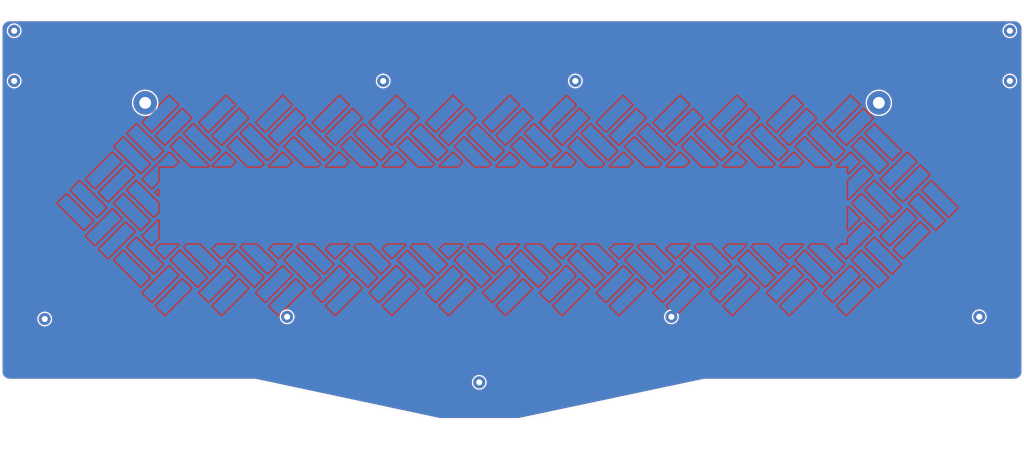
<source format=kicad_pcb>
(kicad_pcb (version 20171130) (host pcbnew "(5.1.6)-1")
  (layers (0 F.Cu signal) (31 B.Cu signal) (34 B.Paste user) (35 F.Paste user) (36 B.SilkS user) (37 F.SilkS user) (38 B.Mask user) (39 F.Mask user) (44 Edge.Cuts user))
  (net 0 "")
  (module basketweave_bottom:logo_bottom (layer B.Cu) (at 205.58125 140.49375 180)
    (fp_text reference G*** hide)
    (fp_text value LOGO hide)
  )
  (module MountingHole:MountingHole_2.2mm_M2_Pad (layer F.Cu) (at 378.61875 180.975)
    (fp_text reference H9 hide)
    (fp_text value MountingHole)
    (pad 1 thru_hole circle (at 0 0) (size 4.4 4.4) (drill 2.2) (layers *.Cu *.Mask))
  )
  (module MountingHole:MountingHole_2.2mm_M2_Pad (layer F.Cu) (at 27.78125 76.99375)
    (fp_text reference H1 hide)
    (fp_text value MountingHole)
    (pad 1 thru_hole circle (at 0 0) (size 4.4 4.4) (drill 2.2) (layers *.Cu *.Mask))
  )
  (module MountingHole:MountingHole_4.3mm_M4_Pad (layer F.Cu) (at 75.40625 103.1875)
    (fp_text reference REF** hide)
    (fp_text value MountingHole_4.3mm_M4_Pad)
    (pad 1 thru_hole circle (at 0 0) (size 8.6 8.6) (drill 4.3) (layers *.Cu *.Mask))
  )
  (module MountingHole:MountingHole_2.2mm_M2_Pad (layer F.Cu) (at 266.7 180.975)
    (fp_text reference H13 hide)
    (fp_text value MountingHole)
    (pad 1 thru_hole circle (at 0 0) (size 4.4 4.4) (drill 2.2) (layers *.Cu *.Mask))
  )
  (module MountingHole:MountingHole_2.2mm_M2_Pad (layer F.Cu) (at 127 180.975)
    (fp_text reference H11 hide)
    (fp_text value MountingHole)
    (pad 1 thru_hole circle (at 0 0) (size 4.4 4.4) (drill 2.2) (layers *.Cu *.Mask))
  )
  (module MountingHole:MountingHole_2.2mm_M2_Pad (layer F.Cu) (at 27.78125 95.25)
    (fp_text reference H2 hide)
    (fp_text value MountingHole)
    (pad 1 thru_hole circle (at 0 0) (size 4.4 4.4) (drill 2.2) (layers *.Cu *.Mask))
  )
  (module MountingHole:MountingHole_2.2mm_M2_Pad (layer F.Cu) (at 389.73125 76.99375)
    (fp_text reference H3 hide)
    (fp_text value MountingHole)
    (pad 1 thru_hole circle (at 0 0) (size 4.4 4.4) (drill 2.2) (layers *.Cu *.Mask))
  )
  (module MountingHole:MountingHole_2.2mm_M2_Pad (layer F.Cu) (at 196.85 204.7875)
    (fp_text reference H7 hide)
    (fp_text value MountingHole)
    (pad 1 thru_hole circle (at 0 0) (size 4.4 4.4) (drill 2.2) (layers *.Cu *.Mask))
  )
  (module MountingHole:MountingHole_2.2mm_M2_Pad (layer F.Cu) (at 161.925 95.25)
    (fp_text reference H5 hide)
    (fp_text value MountingHole)
    (pad 1 thru_hole circle (at 0 0) (size 4.4 4.4) (drill 2.2) (layers *.Cu *.Mask))
  )
  (module MountingHole:MountingHole_2.2mm_M2_Pad (layer F.Cu) (at 38.89375 181.76875)
    (fp_text reference H8 hide)
    (fp_text value MountingHole)
    (pad 1 thru_hole circle (at 0 0) (size 4.4 4.4) (drill 2.2) (layers *.Cu *.Mask))
  )
  (module MountingHole:MountingHole_2.2mm_M2_Pad (layer F.Cu) (at 231.775 95.25)
    (fp_text reference H6 hide)
    (fp_text value MountingHole)
    (pad 1 thru_hole circle (at 0 0) (size 4.4 4.4) (drill 2.2) (layers *.Cu *.Mask))
  )
  (module MountingHole:MountingHole_2.2mm_M2_Pad (layer F.Cu) (at 389.73125 95.25)
    (fp_text reference H4 hide)
    (fp_text value MountingHole)
    (pad 1 thru_hole circle (at 0 0) (size 4.4 4.4) (drill 2.2) (layers *.Cu *.Mask))
  )
  (module MountingHole:MountingHole_4.3mm_M4_Pad (layer F.Cu) (at 342.10625 103.1875)
    (fp_text reference REF** hide)
    (fp_text value MountingHole_4.3mm_M4_Pad)
    (pad 1 thru_hole circle (at 0 0) (size 8.6 8.6) (drill 4.3) (layers *.Cu *.Mask))
  )
  (gr_poly (pts (xy 79.375 156.36875) (xy 80.9625 154.78125) (xy 87.3125 154.78125) (xy 82.55 159.54375)) (layer B.Cu) (width 0.1))
  (gr_poly (pts (xy 361.15625 131.7625) (xy 370.68125 141.2875) (xy 367.50625 144.4625) (xy 357.98125 134.9375)) (layer B.Cu) (width 0.1))
  (gr_poly (pts (xy 356.39375 136.525) (xy 365.91875 146.05) (xy 362.74375 149.225) (xy 353.21875 139.7)) (layer B.Cu) (width 0.1))
  (gr_poly (pts (xy 339.725 108.74375) (xy 330.2 118.26875) (xy 327.025 115.09375) (xy 336.55 105.56875)) (layer B.Cu) (width 0.1))
  (gr_poly (pts (xy 340.51875 111.125) (xy 350.04375 120.65) (xy 346.86875 123.825) (xy 337.34375 114.3)) (layer B.Cu) (width 0.1))
  (gr_poly (pts (xy 335.75625 115.8875) (xy 345.28125 125.4125) (xy 342.10625 128.5875) (xy 332.58125 119.0625)) (layer B.Cu) (width 0.1))
  (gr_poly (pts (xy 360.3625 129.38125) (xy 350.8375 138.90625) (xy 347.6625 135.73125) (xy 357.1875 126.20625)) (layer B.Cu) (width 0.1))
  (gr_poly (pts (xy 355.6 124.61875) (xy 346.075 134.14375) (xy 342.9 130.96875) (xy 352.425 121.44375)) (layer B.Cu) (width 0.1))
  (gr_poly (pts (xy 334.9625 103.98125) (xy 325.4375 113.50625) (xy 322.2625 110.33125) (xy 331.7875 100.80625)) (layer B.Cu) (width 0.1))
  (gr_poly (pts (xy 319.88125 111.125) (xy 329.40625 120.65) (xy 326.23125 123.825) (xy 316.70625 114.3)) (layer B.Cu) (width 0.1))
  (gr_poly (pts (xy 315.11875 115.8875) (xy 324.64375 125.4125) (xy 323.85 126.20625) (xy 319.0875 126.20625) (xy 311.94375 119.0625)) (layer B.Cu) (width 0.1))
  (gr_poly (pts (xy 340.51875 131.7625) (xy 350.04375 141.2875) (xy 346.86875 144.4625) (xy 337.34375 134.9375)) (layer B.Cu) (width 0.1))
  (gr_poly (pts (xy 339.725 129.38125) (xy 330.99375 138.1125) (xy 330.99375 131.7625) (xy 336.55 126.20625)) (layer B.Cu) (width 0.1))
  (gr_poly (pts (xy 335.75625 136.525) (xy 345.28125 146.05) (xy 342.10625 149.225) (xy 332.58125 139.7)) (layer B.Cu) (width 0.1))
  (gr_poly (pts (xy 334.9625 124.61875) (xy 330.99375 128.5875) (xy 330.99375 126.20625) (xy 327.025 126.20625) (xy 331.7875 121.44375)) (layer B.Cu) (width 0.1))
  (gr_poly (pts (xy 355.6 145.25625) (xy 346.075 154.78125) (xy 342.9 151.60625) (xy 352.425 142.08125)) (layer B.Cu) (width 0.1))
  (gr_poly (pts (xy 360.3625 150.01875) (xy 350.8375 159.54375) (xy 347.6625 156.36875) (xy 357.1875 146.84375)) (layer B.Cu) (width 0.1))
  (gr_poly (pts (xy 319.0875 108.74375) (xy 309.5625 118.26875) (xy 306.3875 115.09375) (xy 315.9125 105.56875)) (layer B.Cu) (width 0.1))
  (gr_poly (pts (xy 314.325 103.98125) (xy 304.8 113.50625) (xy 301.625 110.33125) (xy 311.15 100.80625)) (layer B.Cu) (width 0.1))
  (gr_poly (pts (xy 314.325 124.61875) (xy 312.7375 126.20625) (xy 306.3875 126.20625) (xy 311.15 121.44375)) (layer B.Cu) (width 0.1))
  (gr_poly (pts (xy 339.725 150.01875) (xy 330.2 159.54375) (xy 327.025 156.36875) (xy 328.6125 154.78125) (xy 330.99375 154.78125) (xy 330.99375 152.4) (xy 336.55 146.84375)) (layer B.Cu) (width 0.1))
  (gr_poly (pts (xy 334.9625 145.25625) (xy 330.99375 149.225) (xy 330.99375 145.25625) (xy 330.99375 141.2875)) (layer B.Cu) (width 0.1))
  (gr_poly (pts (xy 314.325 154.78125) (xy 309.5625 159.54375) (xy 306.3875 156.36875) (xy 307.975 154.78125)) (layer B.Cu) (width 0.1))
  (gr_poly (pts (xy 293.6875 154.78125) (xy 288.925 159.54375) (xy 285.75 156.36875) (xy 287.3375 154.78125)) (layer B.Cu) (width 0.1))
  (gr_poly (pts (xy 273.05 154.78125) (xy 268.2875 159.54375) (xy 265.1125 156.36875) (xy 266.7 154.78125)) (layer B.Cu) (width 0.1))
  (gr_poly (pts (xy 252.4125 154.78125) (xy 247.65 159.54375) (xy 244.475 156.36875) (xy 246.0625 154.78125)) (layer B.Cu) (width 0.1))
  (gr_poly (pts (xy 231.775 154.78125) (xy 227.0125 159.54375) (xy 223.8375 156.36875) (xy 225.425 154.78125)) (layer B.Cu) (width 0.1))
  (gr_poly (pts (xy 211.1375 154.78125) (xy 206.375 159.54375) (xy 203.2 156.36875) (xy 204.7875 154.78125)) (layer B.Cu) (width 0.1))
  (gr_poly (pts (xy 190.5 154.78125) (xy 185.7375 159.54375) (xy 182.5625 156.36875) (xy 184.15 154.78125)) (layer B.Cu) (width 0.1))
  (gr_poly (pts (xy 169.8625 154.78125) (xy 165.1 159.54375) (xy 161.925 156.36875) (xy 163.5125 154.78125)) (layer B.Cu) (width 0.1))
  (gr_poly (pts (xy 149.225 154.78125) (xy 144.4625 159.54375) (xy 141.2875 156.36875) (xy 142.875 154.78125)) (layer B.Cu) (width 0.1))
  (gr_poly (pts (xy 128.5875 154.78125) (xy 123.825 159.54375) (xy 120.65 156.36875) (xy 122.2375 154.78125)) (layer B.Cu) (width 0.1))
  (gr_poly (pts (xy 314.325 165.89375) (xy 304.8 175.41875) (xy 301.625 172.24375) (xy 311.15 162.71875)) (layer B.Cu) (width 0.1))
  (gr_poly (pts (xy 319.0875 170.65625) (xy 309.5625 180.18125) (xy 306.3875 177.00625) (xy 315.9125 167.48125)) (layer B.Cu) (width 0.1))
  (gr_poly (pts (xy 298.45 170.65625) (xy 288.925 180.18125) (xy 285.75 177.00625) (xy 295.275 167.48125)) (layer B.Cu) (width 0.1))
  (gr_poly (pts (xy 276.225 154.78125) (xy 280.9875 154.78125) (xy 288.13125 161.925) (xy 284.95625 165.1) (xy 275.43125 155.575)) (layer B.Cu) (width 0.1))
  (gr_poly (pts (xy 273.84375 157.1625) (xy 283.36875 166.6875) (xy 280.19375 169.8625) (xy 270.66875 160.3375)) (layer B.Cu) (width 0.1))
  (gr_poly (pts (xy 293.6875 165.89375) (xy 284.1625 175.41875) (xy 280.9875 172.24375) (xy 290.5125 162.71875)) (layer B.Cu) (width 0.1))
  (gr_poly (pts (xy 296.8625 154.78125) (xy 301.625 154.78125) (xy 308.76875 161.925) (xy 305.59375 165.1) (xy 296.06875 155.575)) (layer B.Cu) (width 0.1))
  (gr_poly (pts (xy 294.48125 157.1625) (xy 304.00625 166.6875) (xy 300.83125 169.8625) (xy 291.30625 160.3375)) (layer B.Cu) (width 0.1))
  (gr_poly (pts (xy 317.5 154.78125) (xy 322.2625 154.78125) (xy 329.40625 161.925) (xy 326.23125 165.1) (xy 316.70625 155.575)) (layer B.Cu) (width 0.1))
  (gr_poly (pts (xy 339.725 170.65625) (xy 330.2 180.18125) (xy 327.025 177.00625) (xy 336.55 167.48125)) (layer B.Cu) (width 0.1))
  (gr_poly (pts (xy 315.11875 157.1625) (xy 324.64375 166.6875) (xy 321.46875 169.8625) (xy 311.94375 160.3375)) (layer B.Cu) (width 0.1))
  (gr_poly (pts (xy 334.9625 165.89375) (xy 325.4375 175.41875) (xy 322.2625 172.24375) (xy 331.7875 162.71875)) (layer B.Cu) (width 0.1))
  (gr_poly (pts (xy 340.51875 152.4) (xy 350.04375 161.925) (xy 346.86875 165.1) (xy 337.34375 155.575)) (layer B.Cu) (width 0.1))
  (gr_poly (pts (xy 335.75625 157.1625) (xy 345.28125 166.6875) (xy 342.10625 169.8625) (xy 332.58125 160.3375)) (layer B.Cu) (width 0.1))
  (gr_poly (pts (xy 231.774999 165.89375) (xy 222.25 175.41875) (xy 219.075 172.24375) (xy 228.599999 162.71875)) (layer B.Cu) (width 0.1))
  (gr_poly (pts (xy 236.5375 170.656251) (xy 227.0125 180.18125) (xy 223.8375 177.00625) (xy 233.362499 167.48125)) (layer B.Cu) (width 0.1))
  (gr_poly (pts (xy 215.9 170.65625) (xy 206.375 180.18125) (xy 203.2 177.00625) (xy 212.725 167.48125)) (layer B.Cu) (width 0.1))
  (gr_poly (pts (xy 193.675 154.78125) (xy 198.4375 154.78125) (xy 205.58125 161.925) (xy 202.40625 165.1) (xy 192.88125 155.575)) (layer B.Cu) (width 0.1))
  (gr_poly (pts (xy 191.29375 157.1625) (xy 200.81875 166.6875) (xy 197.64375 169.8625) (xy 188.11875 160.3375)) (layer B.Cu) (width 0.1))
  (gr_poly (pts (xy 211.1375 165.89375) (xy 201.6125 175.41875) (xy 198.4375 172.24375) (xy 207.9625 162.71875)) (layer B.Cu) (width 0.1))
  (gr_poly (pts (xy 214.3125 154.78125) (xy 219.075 154.78125) (xy 226.218749 161.925) (xy 223.04375 165.1) (xy 213.51875 155.575)) (layer B.Cu) (width 0.1))
  (gr_poly (pts (xy 211.93125 157.1625) (xy 221.45625 166.6875) (xy 218.28125 169.8625) (xy 208.75625 160.3375)) (layer B.Cu) (width 0.1))
  (gr_poly (pts (xy 234.95 154.78125) (xy 239.7125 154.78125) (xy 246.856251 161.925) (xy 243.68125 165.100001) (xy 234.156249 155.575)) (layer B.Cu) (width 0.1))
  (gr_poly (pts (xy 257.175 170.65625) (xy 247.65 180.18125) (xy 244.475 177.00625) (xy 254.000001 167.48125)) (layer B.Cu) (width 0.1))
  (gr_poly (pts (xy 232.568749 157.1625) (xy 242.09375 166.687501) (xy 238.91875 169.862501) (xy 229.393749 160.3375)) (layer B.Cu) (width 0.1))
  (gr_poly (pts (xy 252.412501 165.89375) (xy 242.8875 175.418751) (xy 239.7125 172.243751) (xy 249.237501 162.71875)) (layer B.Cu) (width 0.1))
  (gr_poly (pts (xy 273.05 165.89375) (xy 263.525 175.41875) (xy 260.35 172.24375) (xy 269.875 162.71875)) (layer B.Cu) (width 0.1))
  (gr_poly (pts (xy 277.8125 170.65625) (xy 268.2875 180.18125) (xy 265.1125 177.00625) (xy 274.6375 167.48125)) (layer B.Cu) (width 0.1))
  (gr_poly (pts (xy 255.5875 154.78125) (xy 260.35 154.78125) (xy 267.49375 161.925) (xy 264.31875 165.1) (xy 254.793751 155.575)) (layer B.Cu) (width 0.1))
  (gr_poly (pts (xy 253.206251 157.1625) (xy 262.73125 166.6875) (xy 259.55625 169.8625) (xy 250.031251 160.3375)) (layer B.Cu) (width 0.1))
  (gr_poly (pts (xy 149.225 165.89375) (xy 139.7 175.41875) (xy 136.525 172.24375) (xy 146.05 162.71875)) (layer B.Cu) (width 0.1))
  (gr_poly (pts (xy 153.9875 170.65625) (xy 144.4625 180.18125) (xy 141.2875 177.00625) (xy 150.8125 167.48125)) (layer B.Cu) (width 0.1))
  (gr_poly (pts (xy 133.35 170.65625) (xy 123.825 180.18125) (xy 120.65 177.00625) (xy 130.175 167.48125)) (layer B.Cu) (width 0.1))
  (gr_poly (pts (xy 111.125 154.78125) (xy 115.8875 154.78125) (xy 123.03125 161.925) (xy 119.85625 165.1) (xy 110.33125 155.575)) (layer B.Cu) (width 0.1))
  (gr_poly (pts (xy 108.74375 157.1625) (xy 118.26875 166.6875) (xy 115.09375 169.8625) (xy 105.56875 160.3375)) (layer B.Cu) (width 0.1))
  (gr_poly (pts (xy 128.5875 165.89375) (xy 119.0625 175.41875) (xy 115.8875 172.24375) (xy 125.4125 162.71875)) (layer B.Cu) (width 0.1))
  (gr_poly (pts (xy 131.7625 154.78125) (xy 136.525 154.78125) (xy 143.66875 161.925) (xy 140.49375 165.1) (xy 130.96875 155.575)) (layer B.Cu) (width 0.1))
  (gr_poly (pts (xy 129.38125 157.1625) (xy 138.90625 166.6875) (xy 135.73125 169.8625) (xy 126.20625 160.3375)) (layer B.Cu) (width 0.1))
  (gr_poly (pts (xy 152.4 154.78125) (xy 157.1625 154.78125) (xy 159.54375 157.1625) (xy 164.30625 161.925) (xy 161.13125 165.1) (xy 151.60625 155.575)) (layer B.Cu) (width 0.1))
  (gr_poly (pts (xy 174.625 170.65625) (xy 165.1 180.18125) (xy 161.925 177.00625) (xy 171.45 167.48125)) (layer B.Cu) (width 0.1))
  (gr_poly (pts (xy 150.01875 157.1625) (xy 159.54375 166.6875) (xy 156.36875 169.8625) (xy 146.84375 160.3375)) (layer B.Cu) (width 0.1))
  (gr_poly (pts (xy 169.8625 165.89375) (xy 160.3375 175.41875) (xy 157.1625 172.24375) (xy 166.6875 162.71875)) (layer B.Cu) (width 0.1))
  (gr_poly (pts (xy 190.5 165.89375) (xy 180.975 175.41875) (xy 177.8 172.24375) (xy 187.325 162.71875)) (layer B.Cu) (width 0.1))
  (gr_poly (pts (xy 195.2625 170.65625) (xy 185.7375 180.18125) (xy 182.5625 177.00625) (xy 192.0875 167.48125)) (layer B.Cu) (width 0.1))
  (gr_poly (pts (xy 173.0375 154.78125) (xy 177.8 154.78125) (xy 184.94375 161.925) (xy 181.76875 165.1) (xy 172.24375 155.575)) (layer B.Cu) (width 0.1))
  (gr_poly (pts (xy 170.65625 157.1625) (xy 180.18125 166.6875) (xy 177.00625 169.8625) (xy 167.48125 160.3375)) (layer B.Cu) (width 0.1))
  (gr_poly (pts (xy 231.774999 124.61875) (xy 230.981249 125.4125) (xy 230.1875 126.20625) (xy 223.8375 126.20625) (xy 228.599999 121.44375)) (layer B.Cu) (width 0.1))
  (gr_poly (pts (xy 236.5375 108.743749) (xy 227.012499 118.26875) (xy 223.8375 115.09375) (xy 233.3625 105.568749)) (layer B.Cu) (width 0.1))
  (gr_poly (pts (xy 211.1375 103.98125) (xy 201.6125 113.50625) (xy 198.4375 110.33125) (xy 207.9625 100.80625)) (layer B.Cu) (width 0.1))
  (gr_poly (pts (xy 231.775 103.981249) (xy 222.25 113.50625) (xy 219.075 110.33125) (xy 228.6 100.80625)) (layer B.Cu) (width 0.1))
  (gr_poly (pts (xy 215.9 108.74375) (xy 206.375 118.26875) (xy 203.2 115.09375) (xy 212.725 105.56875)) (layer B.Cu) (width 0.1))
  (gr_poly (pts (xy 196.05625 111.125) (xy 205.58125 120.65) (xy 202.40625 123.825) (xy 192.88125 114.3)) (layer B.Cu) (width 0.1))
  (gr_poly (pts (xy 191.29375 115.8875) (xy 200.81875 125.4125) (xy 200.025 126.20625) (xy 195.2625 126.20625) (xy 188.11875 119.0625)) (layer B.Cu) (width 0.1))
  (gr_poly (pts (xy 211.1375 124.61875) (xy 209.55 126.20625) (xy 203.2 126.20625) (xy 207.9625 121.44375)) (layer B.Cu) (width 0.1))
  (gr_poly (pts (xy 299.24375 111.125) (xy 308.76875 120.65) (xy 305.59375 123.825) (xy 296.06875 114.3)) (layer B.Cu) (width 0.1))
  (gr_poly (pts (xy 294.48125 115.8875) (xy 304.00625 125.4125) (xy 303.2125 126.20625) (xy 298.45 126.20625) (xy 291.30625 119.0625)) (layer B.Cu) (width 0.1))
  (gr_poly (pts (xy 216.69375 111.125) (xy 226.218749 120.65) (xy 223.04375 123.825) (xy 213.51875 114.3)) (layer B.Cu) (width 0.1))
  (gr_poly (pts (xy 211.93125 115.8875) (xy 221.45625 125.4125) (xy 220.6625 126.20625) (xy 215.9 126.20625) (xy 208.75625 119.0625)) (layer B.Cu) (width 0.1))
  (gr_poly (pts (xy 237.33125 111.124999) (xy 246.856251 120.65) (xy 243.68125 123.825001) (xy 234.156249 114.3)) (layer B.Cu) (width 0.1))
  (gr_poly (pts (xy 277.8125 108.74375) (xy 268.2875 118.26875) (xy 265.1125 115.09375) (xy 274.6375 105.56875)) (layer B.Cu) (width 0.1))
  (gr_poly (pts (xy 293.6875 103.98125) (xy 284.1625 113.50625) (xy 280.9875 110.33125) (xy 290.5125 100.80625)) (layer B.Cu) (width 0.1))
  (gr_poly (pts (xy 232.568749 115.8875) (xy 242.09375 125.412501) (xy 241.3 126.20625) (xy 236.5375 126.206251) (xy 229.393749 119.0625)) (layer B.Cu) (width 0.1))
  (gr_poly (pts (xy 252.412501 124.61875) (xy 250.825 126.20625) (xy 244.475 126.20625) (xy 249.237501 121.44375)) (layer B.Cu) (width 0.1))
  (gr_poly (pts (xy 252.4125 103.981249) (xy 242.8875 113.506249) (xy 239.7125 110.331249) (xy 249.2375 100.80625)) (layer B.Cu) (width 0.1))
  (gr_poly (pts (xy 273.05 103.98125) (xy 263.525 113.50625) (xy 260.35 110.33125) (xy 269.875 100.80625)) (layer B.Cu) (width 0.1))
  (gr_poly (pts (xy 273.84375 115.8875) (xy 283.36875 125.4125) (xy 282.575 126.20625) (xy 277.8125 126.20625) (xy 270.66875 119.0625)) (layer B.Cu) (width 0.1))
  (gr_poly (pts (xy 278.60625 111.125) (xy 288.13125 120.65) (xy 284.95625 123.825) (xy 275.43125 114.3)) (layer B.Cu) (width 0.1))
  (gr_poly (pts (xy 257.175 108.74375) (xy 247.650001 118.26875) (xy 244.475 115.093749) (xy 254 105.568749)) (layer B.Cu) (width 0.1))
  (gr_poly (pts (xy 298.45 108.74375) (xy 288.925 118.26875) (xy 285.75 115.09375) (xy 295.275 105.56875)) (layer B.Cu) (width 0.1))
  (gr_poly (pts (xy 273.05 124.61875) (xy 271.4625 126.20625) (xy 265.1125 126.20625) (xy 269.875 121.44375)) (layer B.Cu) (width 0.1))
  (gr_poly (pts (xy 293.6875 124.61875) (xy 292.1 126.20625) (xy 285.75 126.20625) (xy 290.5125 121.44375)) (layer B.Cu) (width 0.1))
  (gr_poly (pts (xy 257.96875 111.125) (xy 267.49375 120.65) (xy 264.31875 123.825) (xy 254.793751 114.3)) (layer B.Cu) (width 0.1))
  (gr_poly (pts (xy 253.206251 115.8875) (xy 262.73125 125.4125) (xy 261.9375 126.20625) (xy 257.175001 126.20625) (xy 250.031251 119.0625)) (layer B.Cu) (width 0.1))
  (gr_poly (pts (xy 107.95 165.89375) (xy 98.425 175.41875) (xy 95.25 172.24375) (xy 104.775 162.71875)) (layer B.Cu) (width 0.1))
  (gr_poly (pts (xy 112.7125 170.65625) (xy 103.1875 180.18125) (xy 100.0125 177.00625) (xy 109.5375 167.48125)) (layer B.Cu) (width 0.1))
  (gr_poly (pts (xy 107.95 154.78125) (xy 103.1875 159.54375) (xy 100.0125 156.36875) (xy 101.6 154.78125)) (layer B.Cu) (width 0.1))
  (gr_poly (pts (xy 74.6125 151.60625) (xy 80.16875 146.05) (xy 80.16875 148.43125) (xy 80.16875 152.4) (xy 77.7875 154.78125)) (layer B.Cu) (width 0.1))
  (gr_poly (pts (xy 79.375 177.00625) (xy 88.9 167.48125) (xy 92.075 170.65625) (xy 82.55 180.18125)) (layer B.Cu) (width 0.1))
  (gr_poly (pts (xy 74.6125 172.24375) (xy 84.1375 162.71875) (xy 87.3125 165.89375) (xy 77.7875 175.41875)) (layer B.Cu) (width 0.1))
  (gr_poly (pts (xy 94.45625 169.8625) (xy 84.93125 160.3375) (xy 88.10625 157.1625) (xy 97.63125 166.6875)) (layer B.Cu) (width 0.1))
  (gr_poly (pts (xy 99.21875 165.1) (xy 89.69375 155.575) (xy 90.4875 154.78125) (xy 95.25 154.78125) (xy 102.39375 161.925)) (layer B.Cu) (width 0.1))
  (gr_poly (pts (xy 73.81875 169.8625) (xy 64.293751 160.3375) (xy 67.46875 157.1625) (xy 76.99375 166.6875)) (layer B.Cu) (width 0.1))
  (gr_poly (pts (xy 78.58125 165.1) (xy 69.05625 155.575) (xy 72.23125 152.4) (xy 81.75625 161.925)) (layer B.Cu) (width 0.1))
  (gr_poly (pts (xy 71.4375 150.01875) (xy 61.9125 159.54375) (xy 58.7375 156.36875) (xy 68.2625 146.84375)) (layer B.Cu) (width 0.1))
  (gr_poly (pts (xy 66.675 124.61875) (xy 57.15 134.14375) (xy 53.975 130.96875) (xy 63.5 121.44375)) (layer B.Cu) (width 0.1))
  (gr_poly (pts (xy 71.4375 129.38125) (xy 61.9125 138.90625) (xy 58.7375 135.73125) (xy 68.2625 126.20625)) (layer B.Cu) (width 0.1))
  (gr_poly (pts (xy 51.59375 131.7625) (xy 61.11875 141.2875) (xy 57.94375 144.4625) (xy 48.41875 134.9375)) (layer B.Cu) (width 0.1))
  (gr_poly (pts (xy 46.83125 136.525) (xy 56.35625 146.05) (xy 53.18125 149.225) (xy 43.65625 139.7)) (layer B.Cu) (width 0.1))
  (gr_poly (pts (xy 66.675 145.25625) (xy 57.15 154.78125) (xy 53.975 151.60625) (xy 63.5 142.08125)) (layer B.Cu) (width 0.1))
  (gr_poly (pts (xy 72.23125 131.7625) (xy 80.16875 139.7) (xy 80.16875 142.875) (xy 78.58125 144.4625) (xy 69.05625 134.9375)) (layer B.Cu) (width 0.1))
  (gr_poly (pts (xy 67.46875 136.525) (xy 76.99375 146.05) (xy 73.81875 149.225) (xy 64.29375 139.7)) (layer B.Cu) (width 0.1))
  (gr_poly (pts (xy 154.78125 111.125) (xy 164.30625 120.65) (xy 161.13125 123.825) (xy 151.60625 114.3)) (layer B.Cu) (width 0.1))
  (gr_poly (pts (xy 195.2625 108.74375) (xy 185.7375 118.26875) (xy 182.5625 115.09375) (xy 192.0875 105.56875)) (layer B.Cu) (width 0.1))
  (gr_poly (pts (xy 150.01875 115.8875) (xy 159.54375 125.4125) (xy 158.75 126.20625) (xy 153.9875 126.20625) (xy 146.84375 119.0625)) (layer B.Cu) (width 0.1))
  (gr_poly (pts (xy 169.8625 124.61875) (xy 168.275 126.20625) (xy 161.925 126.20625) (xy 166.6875 121.44375)) (layer B.Cu) (width 0.1))
  (gr_poly (pts (xy 169.8625 103.98125) (xy 160.3375 113.50625) (xy 157.1625 110.33125) (xy 166.6875 100.80625)) (layer B.Cu) (width 0.1))
  (gr_poly (pts (xy 190.5 103.98125) (xy 180.975 113.50625) (xy 177.8 110.33125) (xy 187.325 100.80625)) (layer B.Cu) (width 0.1))
  (gr_poly (pts (xy 174.625 108.74375) (xy 165.1 118.26875) (xy 161.925 115.09375) (xy 171.45 105.56875)) (layer B.Cu) (width 0.1))
  (gr_poly (pts (xy 190.5 124.61875) (xy 188.9125 126.20625) (xy 182.5625 126.20625) (xy 187.325 121.44375)) (layer B.Cu) (width 0.1))
  (gr_poly (pts (xy 175.41875 111.125) (xy 184.94375 120.65) (xy 181.76875 123.825) (xy 172.24375 114.3)) (layer B.Cu) (width 0.1))
  (gr_poly (pts (xy 170.65625 115.8875) (xy 180.18125 125.4125) (xy 179.3875 126.20625) (xy 174.625 126.20625) (xy 167.48125 119.0625)) (layer B.Cu) (width 0.1))
  (gr_poly (pts (xy 113.50625 111.125) (xy 123.03125 120.65) (xy 119.85625 123.825) (xy 110.33125 114.3)) (layer B.Cu) (width 0.1))
  (gr_poly (pts (xy 153.9875 108.74375) (xy 144.4625 118.26875) (xy 141.2875 115.09375) (xy 150.8125 105.56875)) (layer B.Cu) (width 0.1))
  (gr_poly (pts (xy 108.74375 115.8875) (xy 118.26875 125.4125) (xy 117.475 126.20625) (xy 112.7125 126.20625) (xy 105.56875 119.0625)) (layer B.Cu) (width 0.1))
  (gr_poly (pts (xy 128.5875 124.61875) (xy 127 126.20625) (xy 120.65 126.20625) (xy 125.4125 121.44375)) (layer B.Cu) (width 0.1))
  (gr_poly (pts (xy 128.5875 103.98125) (xy 119.0625 113.50625) (xy 115.8875 110.33125) (xy 125.4125 100.80625)) (layer B.Cu) (width 0.1))
  (gr_poly (pts (xy 149.225 103.98125) (xy 139.7 113.50625) (xy 136.525 110.33125) (xy 146.05 100.80625)) (layer B.Cu) (width 0.1))
  (gr_poly (pts (xy 133.35 108.74375) (xy 123.825 118.26875) (xy 120.65 115.09375) (xy 130.175 105.56875)) (layer B.Cu) (width 0.1))
  (gr_poly (pts (xy 149.225 124.61875) (xy 147.6375 126.20625) (xy 141.2875 126.20625) (xy 146.05 121.44375)) (layer B.Cu) (width 0.1))
  (gr_poly (pts (xy 134.14375 111.125) (xy 143.66875 120.65) (xy 140.49375 123.825) (xy 130.96875 114.3)) (layer B.Cu) (width 0.1))
  (gr_poly (pts (xy 129.38125 115.8875) (xy 138.90625 125.4125) (xy 138.1125 126.20625) (xy 133.35 126.20625) (xy 126.20625 119.0625)) (layer B.Cu) (width 0.1))
  (gr_poly (pts (xy 72.23125 111.125) (xy 81.75625 120.65) (xy 78.58125 123.825) (xy 69.05625 114.3)) (layer B.Cu) (width 0.1))
  (gr_poly (pts (xy 112.7125 108.74375) (xy 103.1875 118.26875) (xy 100.0125 115.09375) (xy 109.5375 105.56875)) (layer B.Cu) (width 0.1))
  (gr_poly (pts (xy 80.16875 135.73125) (xy 80.16875 136.525) (xy 79.375 135.73125) (xy 80.16875 134.9375)) (layer B.Cu) (width 0.1))
  (gr_poly (pts (xy 67.46875 115.8875) (xy 76.99375 125.4125) (xy 73.81875 128.5875) (xy 64.29375 119.0625)) (layer B.Cu) (width 0.1))
  (gr_poly (pts (xy 87.3125 124.61875) (xy 85.725 126.20625) (xy 80.16875 126.20625) (xy 80.16875 131.7625) (xy 77.7875 134.14375) (xy 74.6125 130.96875) (xy 84.1375 121.44375)) (layer B.Cu) (width 0.1))
  (gr_poly (pts (xy 87.3125 103.98125) (xy 77.7875 113.50625) (xy 74.6125 110.33125) (xy 84.1375 100.80625)) (layer B.Cu) (width 0.1))
  (gr_poly (pts (xy 107.95 103.98125) (xy 98.425 113.50625) (xy 95.25 110.33125) (xy 104.775 100.80625)) (layer B.Cu) (width 0.1))
  (gr_poly (pts (xy 92.075 108.74375) (xy 82.55 118.26875) (xy 79.375 115.09375) (xy 88.9 105.56875)) (layer B.Cu) (width 0.1))
  (gr_poly (pts (xy 107.95 124.61875) (xy 106.3625 126.20625) (xy 100.0125 126.20625) (xy 104.775 121.44375)) (layer B.Cu) (width 0.1))
  (gr_poly (pts (xy 92.86875 111.125) (xy 102.39375 120.65) (xy 99.21875 123.825) (xy 89.69375 114.3)) (layer B.Cu) (width 0.1))
  (gr_poly (pts (xy 88.10625 115.8875) (xy 98.425 126.20625) (xy 92.075 126.20625) (xy 84.93125 119.0625)) (layer B.Cu) (width 0.1))
  (gr_arc (start 391.31875 200.81875) (end 391.31875 203.99375) (angle -90) (layer Edge.Cuts) (width 0.05))
  (gr_line (start 26.19375 203.99375) (end 115.443 203.99375) (layer Edge.Cuts) (width 0.05))
  (gr_arc (start 391.31875 76.2) (end 394.49375 76.2) (angle -90) (layer Edge.Cuts) (width 0.05))
  (gr_line (start 391.31875 203.99375) (end 278.60625 203.99375) (layer Edge.Cuts) (width 0.05))
  (gr_line (start 278.60625 203.99375) (end 211.1375 218.28125) (layer Edge.Cuts) (width 0.05))
  (gr_line (start 182.5625 218.28125) (end 211.1375 218.28125) (layer Edge.Cuts) (width 0.05))
  (gr_line (start 115.443 203.99375) (end 182.5625 218.28125) (layer Edge.Cuts) (width 0.05))
  (gr_arc (start 26.19375 76.2) (end 26.19375 73.025) (angle -90) (layer Edge.Cuts) (width 0.05))
  (gr_line (start 26.19375 73.025) (end 391.31875 73.025) (layer Edge.Cuts) (width 0.05))
  (gr_line (start 23.01875 76.2) (end 23.01875 200.81875) (layer Edge.Cuts) (width 0.05))
  (gr_line (start 394.49375 76.2) (end 394.49375 200.81875) (layer Edge.Cuts) (width 0.05))
  (gr_arc (start 26.19375 200.81875) (end 23.01875 200.81875) (angle -90) (layer Edge.Cuts) (width 0.05))
  (zone (net 0) (net_name "") (layer B.Cu) (connect_pads (clearance 0.508)) (min_thickness 0.254) (fill yes (arc_segments 32) (thermal_gap 0.508) (thermal_bridge_width 0.508))
    (polygon (pts (xy 394.49375 203.99375) (xy 278.60625 203.99375) (xy 211.1375 218.28125) (xy 182.5625 218.28125) (xy 115.443 203.99375) (xy 23.01875 203.99375) (xy 23.01875 73.025) (xy 394.49375 73.025)))
  )
  (zone (net 0) (net_name "") (layer F.Cu) (connect_pads (clearance 0.508)) (min_thickness 0.254) (fill yes (arc_segments 32) (thermal_gap 0.508) (thermal_bridge_width 0.508))
    (polygon (pts (xy 394.49375 203.99375) (xy 278.60625 203.99375) (xy 211.1375 218.28125) (xy 182.5625 218.28125) (xy 115.09375 203.99375) (xy 23.01875 203.99375) (xy 23.01875 73.025) (xy 394.49375 73.025)))
  )
)
</source>
